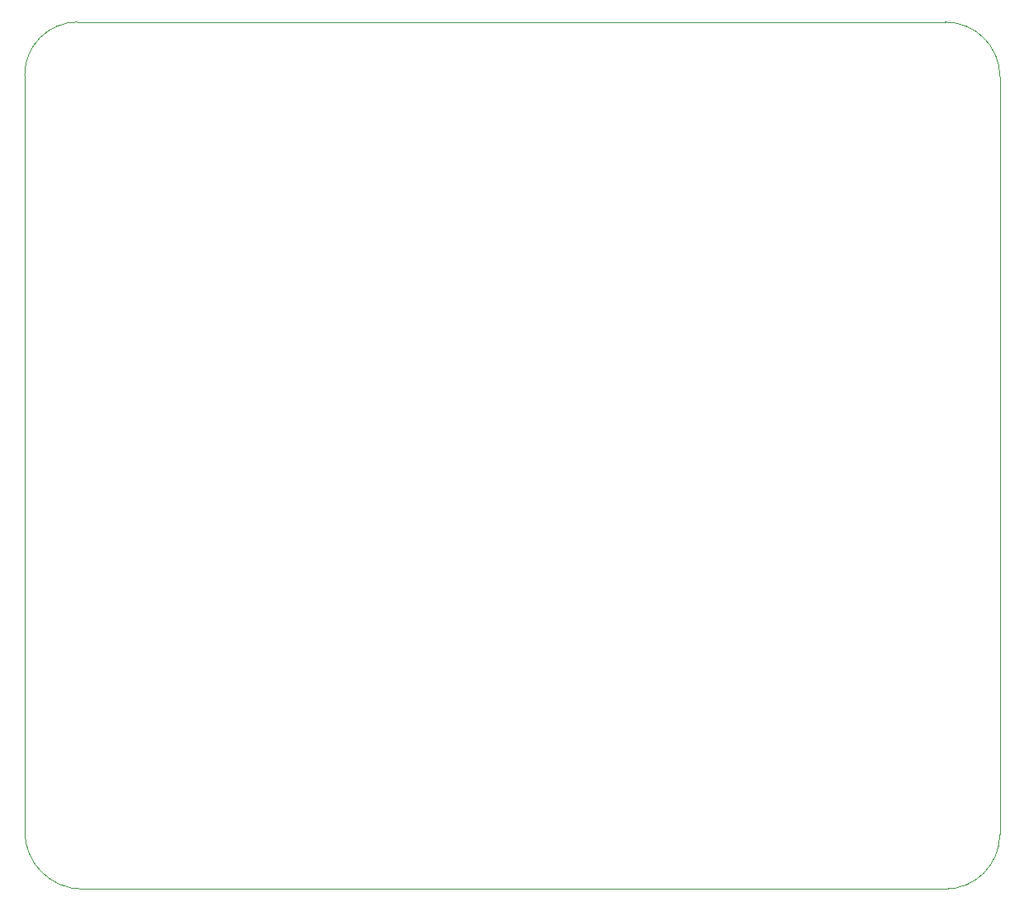
<source format=gbr>
%TF.GenerationSoftware,KiCad,Pcbnew,(5.1.6)-1*%
%TF.CreationDate,2021-11-13T00:29:39-05:00*%
%TF.ProjectId,ArduinoLearningBoard,41726475-696e-46f4-9c65-61726e696e67,rev?*%
%TF.SameCoordinates,Original*%
%TF.FileFunction,Profile,NP*%
%FSLAX46Y46*%
G04 Gerber Fmt 4.6, Leading zero omitted, Abs format (unit mm)*
G04 Created by KiCad (PCBNEW (5.1.6)-1) date 2021-11-13 00:29:39*
%MOMM*%
%LPD*%
G01*
G04 APERTURE LIST*
%TA.AperFunction,Profile*%
%ADD10C,0.050000*%
%TD*%
G04 APERTURE END LIST*
D10*
X142090000Y-105400000D02*
X142100000Y-27560000D01*
X47980000Y-111000000D02*
X136490000Y-111000000D01*
X142090000Y-105400000D02*
G75*
G02*
X136490000Y-111000000I-5600000J0D01*
G01*
X42030000Y-27390000D02*
X42040000Y-105060000D01*
X47980000Y-111000000D02*
G75*
G02*
X42040000Y-105060000I0J5940000D01*
G01*
X47460000Y-21960000D02*
X136500000Y-21960000D01*
X42030000Y-27390000D02*
G75*
G02*
X47460000Y-21960000I5430000J0D01*
G01*
X136500000Y-21960000D02*
G75*
G02*
X142100000Y-27560000I0J-5600000D01*
G01*
M02*

</source>
